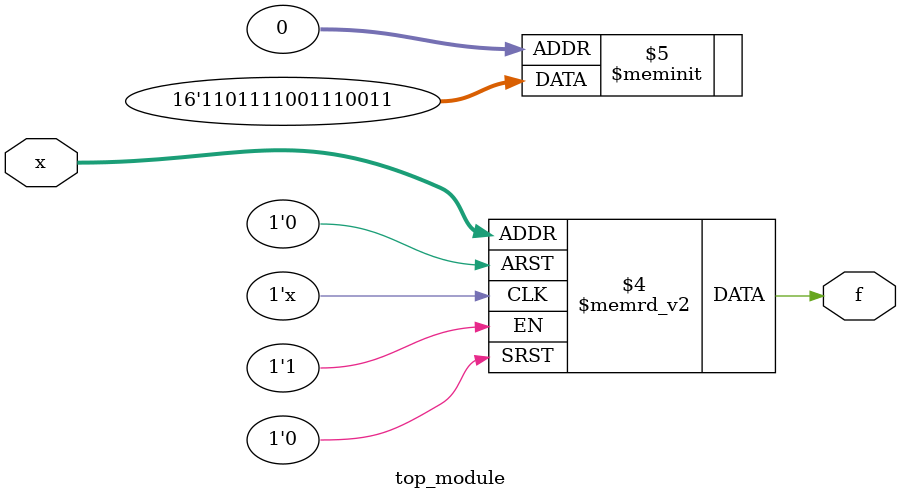
<source format=sv>
module top_module (
	input [4:1] x,
	output logic f
);

	always_comb begin
		case(x)
			4'b0000, 4'b0001, 4'b0100, 4'b0101, 4'b0110: f = 1;
			4'b0010, 4'b0011, 4'b0111, 4'b1000: f = 0;
			4'b1001, 4'b1010, 4'b1011, 4'b1100, 4'b1110, 4'b1111: f = 1;
			default: f = 0;
		endcase
	end

endmodule

</source>
